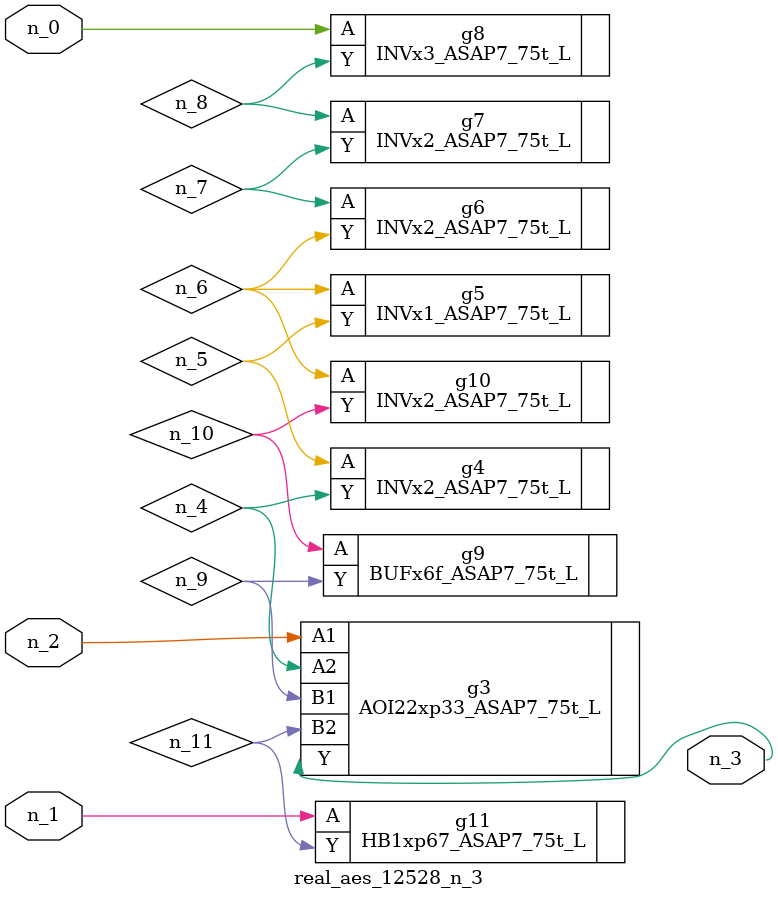
<source format=v>
module real_aes_12528_n_3 (n_0, n_2, n_1, n_3);
input n_0;
input n_2;
input n_1;
output n_3;
wire n_4;
wire n_5;
wire n_7;
wire n_9;
wire n_6;
wire n_8;
wire n_10;
wire n_11;
INVx3_ASAP7_75t_L g8 ( .A(n_0), .Y(n_8) );
HB1xp67_ASAP7_75t_L g11 ( .A(n_1), .Y(n_11) );
AOI22xp33_ASAP7_75t_L g3 ( .A1(n_2), .A2(n_4), .B1(n_9), .B2(n_11), .Y(n_3) );
INVx2_ASAP7_75t_L g4 ( .A(n_5), .Y(n_4) );
INVx1_ASAP7_75t_L g5 ( .A(n_6), .Y(n_5) );
INVx2_ASAP7_75t_L g10 ( .A(n_6), .Y(n_10) );
INVx2_ASAP7_75t_L g6 ( .A(n_7), .Y(n_6) );
INVx2_ASAP7_75t_L g7 ( .A(n_8), .Y(n_7) );
BUFx6f_ASAP7_75t_L g9 ( .A(n_10), .Y(n_9) );
endmodule
</source>
